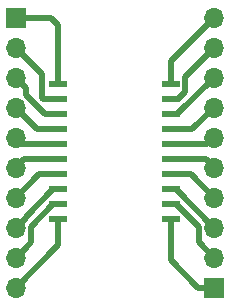
<source format=gtl>
G04 #@! TF.GenerationSoftware,KiCad,Pcbnew,(5.1.4-0-10_14)*
G04 #@! TF.CreationDate,2019-12-04T21:12:01-08:00*
G04 #@! TF.ProjectId,SO20,534f3230-2e6b-4696-9361-645f70636258,rev?*
G04 #@! TF.SameCoordinates,Original*
G04 #@! TF.FileFunction,Copper,L1,Top*
G04 #@! TF.FilePolarity,Positive*
%FSLAX46Y46*%
G04 Gerber Fmt 4.6, Leading zero omitted, Abs format (unit mm)*
G04 Created by KiCad (PCBNEW (5.1.4-0-10_14)) date 2019-12-04 21:12:01*
%MOMM*%
%LPD*%
G04 APERTURE LIST*
%ADD10R,1.700000X1.700000*%
%ADD11O,1.700000X1.700000*%
%ADD12R,1.500000X0.600000*%
%ADD13C,0.508000*%
G04 APERTURE END LIST*
D10*
X134150100Y-56172100D03*
D11*
X134150100Y-58712100D03*
X134150100Y-61252100D03*
X134150100Y-63792100D03*
X134150100Y-66332100D03*
X134150100Y-68872100D03*
X134150100Y-71412100D03*
X134150100Y-73952100D03*
X134150100Y-76492100D03*
X134150100Y-79032100D03*
X150964900Y-56159400D03*
X150964900Y-58699400D03*
X150964900Y-61239400D03*
X150964900Y-63779400D03*
X150964900Y-66319400D03*
X150964900Y-68859400D03*
X150964900Y-71399400D03*
X150964900Y-73939400D03*
X150964900Y-76479400D03*
D10*
X150964900Y-79019400D03*
D12*
X137782100Y-68173600D03*
X137782100Y-66903600D03*
X137782100Y-65633600D03*
X137782100Y-64363600D03*
X137782100Y-63093600D03*
X137782100Y-61823600D03*
X137782100Y-69443600D03*
X137782100Y-70713600D03*
X137782100Y-71983600D03*
X137782100Y-73253600D03*
X147282100Y-73253600D03*
X147282100Y-71983600D03*
X147282100Y-70713600D03*
X147282100Y-69443600D03*
X147282100Y-68173600D03*
X147282100Y-66903600D03*
X147282100Y-65633600D03*
X147282100Y-64363600D03*
X147282100Y-63093600D03*
X147282100Y-61823600D03*
D13*
X137782100Y-61823600D02*
X137782100Y-56832300D01*
X137121900Y-56172100D02*
X134150100Y-56172100D01*
X137782100Y-56832300D02*
X137121900Y-56172100D01*
X136524100Y-63093600D02*
X136359900Y-62929400D01*
X137782100Y-63093600D02*
X136524100Y-63093600D01*
X136359900Y-60921900D02*
X134150100Y-58712100D01*
X136359900Y-62929400D02*
X136359900Y-60921900D01*
X135000099Y-62102099D02*
X134150100Y-61252100D01*
X135000099Y-62712177D02*
X135000099Y-62102099D01*
X136651522Y-64363600D02*
X135000099Y-62712177D01*
X137782100Y-64363600D02*
X136651522Y-64363600D01*
X135991600Y-65633600D02*
X134150100Y-63792100D01*
X137782100Y-65633600D02*
X135991600Y-65633600D01*
X134721600Y-66903600D02*
X134150100Y-66332100D01*
X137782100Y-66903600D02*
X134721600Y-66903600D01*
X148486101Y-61178199D02*
X150114901Y-59549399D01*
X148486101Y-62486801D02*
X148486101Y-61178199D01*
X147879302Y-63093600D02*
X148486101Y-62486801D01*
X150114901Y-59549399D02*
X150964900Y-58699400D01*
X147282100Y-63093600D02*
X147879302Y-63093600D01*
X134848600Y-68173600D02*
X134150100Y-68872100D01*
X137782100Y-68173600D02*
X134848600Y-68173600D01*
X136118600Y-69443600D02*
X134150100Y-71412100D01*
X137782100Y-69443600D02*
X136118600Y-69443600D01*
X135000099Y-73102101D02*
X134150100Y-73952100D01*
X137332100Y-70713600D02*
X135000099Y-73045601D01*
X135000099Y-73045601D02*
X135000099Y-73102101D01*
X137782100Y-70713600D02*
X137332100Y-70713600D01*
X135454101Y-75188099D02*
X135000099Y-75642101D01*
X135000099Y-75642101D02*
X134150100Y-76492100D01*
X135454101Y-73861599D02*
X135454101Y-75188099D01*
X137332100Y-71983600D02*
X135454101Y-73861599D01*
X137782100Y-71983600D02*
X137332100Y-71983600D01*
X137782100Y-75400100D02*
X134150100Y-79032100D01*
X137782100Y-73253600D02*
X137782100Y-75400100D01*
X147282100Y-59842200D02*
X150964900Y-56159400D01*
X147282100Y-61823600D02*
X147282100Y-59842200D01*
X147840700Y-64363600D02*
X147282100Y-64363600D01*
X150964900Y-61239400D02*
X147840700Y-64363600D01*
X149110700Y-65633600D02*
X147282100Y-65633600D01*
X150964900Y-63779400D02*
X149110700Y-65633600D01*
X150380700Y-66903600D02*
X147282100Y-66903600D01*
X150964900Y-66319400D02*
X150380700Y-66903600D01*
X150279100Y-68173600D02*
X147282100Y-68173600D01*
X150964900Y-68859400D02*
X150279100Y-68173600D01*
X149009100Y-69443600D02*
X147282100Y-69443600D01*
X150964900Y-71399400D02*
X149009100Y-69443600D01*
X147739100Y-70713600D02*
X147282100Y-70713600D01*
X150964900Y-73939400D02*
X147739100Y-70713600D01*
X147732100Y-71983600D02*
X147282100Y-71983600D01*
X149660899Y-73912399D02*
X147732100Y-71983600D01*
X149660899Y-75175399D02*
X149660899Y-73912399D01*
X150964900Y-76479400D02*
X149660899Y-75175399D01*
X147282100Y-76694600D02*
X147282100Y-74061600D01*
X149606900Y-79019400D02*
X147282100Y-76694600D01*
X147282100Y-74061600D02*
X147282100Y-73253600D01*
X150964900Y-79019400D02*
X149606900Y-79019400D01*
M02*

</source>
